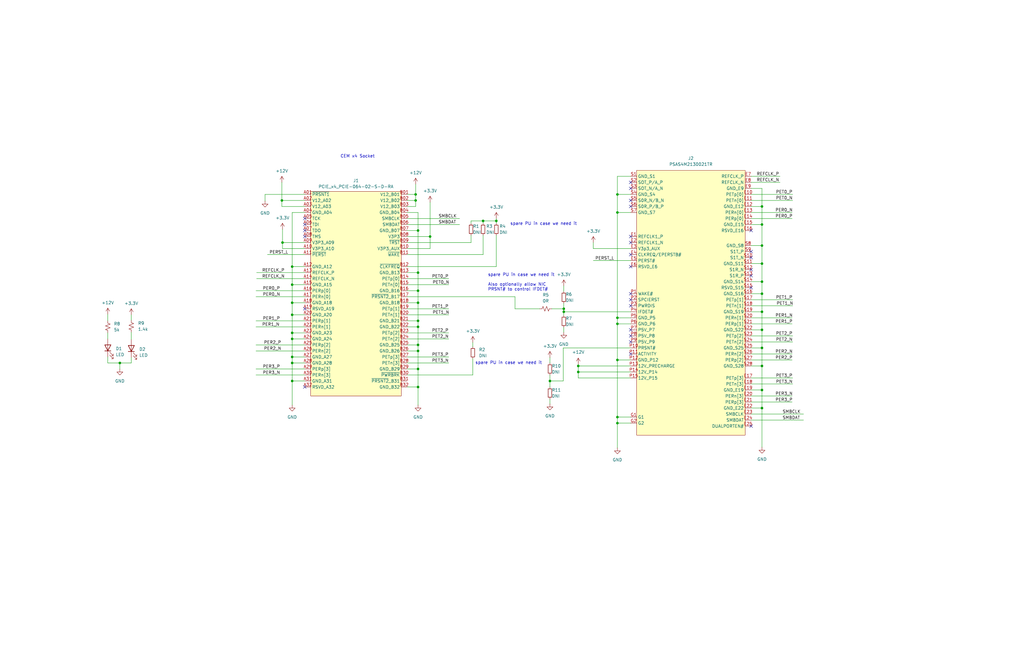
<source format=kicad_sch>
(kicad_sch (version 20230121) (generator eeschema)
  (paper "USLedger")
  (lib_symbols
    (symbol "Device:LED" (pin_numbers hide) (pin_names (offset 1.016) hide)
      (property "Reference" "D" (at 0 2.54 0))
      (property "Value" "LED" (at 0 -2.54 0))
      (symbol "LED_0_1"
        (polyline (pts (xy -1.27 -1.27) (xy -1.27 1.27)) (stroke (width 0.254)))
        (polyline (pts (xy -1.27 0) (xy 1.27 0)))
        (polyline (pts (xy 1.27 -1.27) (xy 1.27 1.27) (xy -1.27 0) (xy 1.27 -1.27)) (stroke (width 0.254)))
        (polyline (pts (xy -3.048 -0.762) (xy -4.572 -2.286) (xy -3.81 -2.286) (xy -4.572 -2.286) (xy -4.572 -1.524)))
        (polyline (pts (xy -1.778 -0.762) (xy -3.302 -2.286) (xy -2.54 -2.286) (xy -3.302 -2.286) (xy -3.302 -1.524)))
      )
      (symbol "LED_1_1"
        (pin passive line (at -3.81 0 0) (length 2.54) (name "K") (number "1"))
        (pin passive line (at 3.81 0 180) (length 2.54) (name "A") (number "2"))
      )
    )
    (symbol "Device:R_Small" (pin_numbers hide) (pin_names (offset 0.254) hide)
      (property "Reference" "R" (at 0.762 0.508 0))
      (property "Value" "R_Small" (at 0.762 -1.016 0))
      (symbol "R_Small_0_1"
        (rectangle (start -0.762 1.778) (end 0.762 -1.778) (stroke (width 0.2032)))
      )
      (symbol "R_Small_1_1"
        (pin passive line (at 0 2.54 270) (length 0.762) (name "~") (number "1"))
        (pin passive line (at 0 -2.54 90) (length 0.762) (name "~") (number "2"))
      )
    )
    (symbol "Device:R_Small_US" (pin_numbers hide) (pin_names (offset 0.254) hide)
      (property "Reference" "R" (at 0.762 0.508 0))
      (property "Value" "R_Small_US" (at 0.762 -1.016 0))
      (symbol "R_Small_US_1_1"
        (polyline (pts (xy 0 0) (xy 1.016 -0.381) (xy 0 -0.762) (xy -1.016 -1.143) (xy 0 -1.524)))
        (polyline (pts (xy 0 1.524) (xy 1.016 1.143) (xy 0 0.762) (xy -1.016 0.381) (xy 0 0)))
        (pin passive line (at 0 2.54 270) (length 1.016) (name "~") (number "1"))
        (pin passive line (at 0 -2.54 90) (length 1.016) (name "~") (number "2"))
      )
    )
    (symbol "PCIeLib:PCIE_x4_10018784-10211TLF"
      (property "Reference" "J1" (at 19.05 5.334 0))
      (property "Value" "PCIE_x4_10018784-10211TLF" (at 19.05 2.794 0))
      (symbol "PCIE_x4_10018784-10211TLF_0_1"
        (rectangle (start 0 -2.54) (end 38.1 -88.9) (fill (type background)))
      )
      (symbol "PCIE_x4_10018784-10211TLF_1_1"
        (pin input line (at -2.54 -3.81 0) (length 2.54) (name "~{PRSNT1}") (number "A01"))
        (pin input line (at -2.54 -6.35 0) (length 2.54) (name "V12_A02") (number "A02"))
        (pin input line (at -2.54 -8.89 0) (length 2.54) (name "V12_A03") (number "A03"))
        (pin input line (at -2.54 -11.43 0) (length 2.54) (name "GND_A04") (number "A04"))
        (pin input line (at -2.54 -13.97 0) (length 2.54) (name "TCK") (number "A05"))
        (pin input line (at -2.54 -16.51 0) (length 2.54) (name "TDI") (number "A06"))
        (pin output line (at -2.54 -19.05 0) (length 2.54) (name "TDO") (number "A07"))
        (pin input line (at -2.54 -21.59 0) (length 2.54) (name "TMS") (number "A08"))
        (pin input line (at -2.54 -24.13 0) (length 2.54) (name "V3P3_A09") (number "A09"))
        (pin input line (at -2.54 -26.67 0) (length 2.54) (name "V3P3_A10") (number "A10"))
        (pin input line (at -2.54 -29.21 0) (length 2.54) (name "~{PERST}") (number "A11"))
        (pin input line (at -2.54 -34.29 0) (length 2.54) (name "GND_A12") (number "A12"))
        (pin input line (at -2.54 -36.83 0) (length 2.54) (name "REFCLK_P") (number "A13"))
        (pin input line (at -2.54 -39.37 0) (length 2.54) (name "REFCLK_N") (number "A14"))
        (pin input line (at -2.54 -41.91 0) (length 2.54) (name "GND_A15") (number "A15"))
        (pin input line (at -2.54 -44.45 0) (length 2.54) (name "PERp[0]") (number "A16"))
        (pin input line (at -2.54 -46.99 0) (length 2.54) (name "PERn[0]") (number "A17"))
        (pin input line (at -2.54 -49.53 0) (length 2.54) (name "GND_A18") (number "A18"))
        (pin input line (at -2.54 -52.07 0) (length 2.54) (name "RSVD_A19") (number "A19"))
        (pin input line (at -2.54 -54.61 0) (length 2.54) (name "GND_A20") (number "A20"))
        (pin input line (at -2.54 -57.15 0) (length 2.54) (name "PERp[1]") (number "A21"))
        (pin input line (at -2.54 -59.69 0) (length 2.54) (name "PERn[1]") (number "A22"))
        (pin input line (at -2.54 -62.23 0) (length 2.54) (name "GND_A23") (number "A23"))
        (pin input line (at -2.54 -64.77 0) (length 2.54) (name "GND_A24") (number "A24"))
        (pin input line (at -2.54 -67.31 0) (length 2.54) (name "PERp[2]") (number "A25"))
        (pin input line (at -2.54 -69.85 0) (length 2.54) (name "PERn[2]") (number "A26"))
        (pin input line (at -2.54 -72.39 0) (length 2.54) (name "GND_A27") (number "A27"))
        (pin input line (at -2.54 -74.93 0) (length 2.54) (name "GND_A28") (number "A28"))
        (pin input line (at -2.54 -77.47 0) (length 2.54) (name "PERp[3]") (number "A29"))
        (pin input line (at -2.54 -80.01 0) (length 2.54) (name "PERn[3]") (number "A30"))
        (pin input line (at -2.54 -82.55 0) (length 2.54) (name "GND_A31") (number "A31"))
        (pin input line (at -2.54 -85.09 0) (length 2.54) (name "RSVD_A32") (number "A32"))
        (pin input line (at 40.64 -3.81 180) (length 2.54) (name "V12_B01") (number "B01"))
        (pin input line (at 40.64 -6.35 180) (length 2.54) (name "V12_B02") (number "B02"))
        (pin input line (at 40.64 -8.89 180) (length 2.54) (name "V12_B03") (number "B03"))
        (pin input line (at 40.64 -11.43 180) (length 2.54) (name "GND_B04") (number "B04"))
        (pin input line (at 40.64 -13.97 180) (length 2.54) (name "SMBCLK") (number "B05"))
        (pin input line (at 40.64 -16.51 180) (length 2.54) (name "SMBDAT") (number "B06"))
        (pin input line (at 40.64 -19.05 180) (length 2.54) (name "GND_B07") (number "B07"))
        (pin input line (at 40.64 -21.59 180) (length 2.54) (name "V3P3") (number "B08"))
        (pin input line (at 40.64 -24.13 180) (length 2.54) (name "~{TRST}") (number "B09"))
        (pin input line (at 40.64 -26.67 180) (length 2.54) (name "V3P3_AUX") (number "B10"))
        (pin input line (at 40.64 -29.21 180) (length 2.54) (name "~{WAKE}") (number "B11"))
        (pin input line (at 40.64 -34.29 180) (length 2.54) (name "~{CLKFREQ}") (number "B12"))
        (pin input line (at 40.64 -36.83 180) (length 2.54) (name "GND_B13") (number "B13"))
        (pin input line (at 40.64 -39.37 180) (length 2.54) (name "PETp[0]") (number "B14"))
        (pin input line (at 40.64 -41.91 180) (length 2.54) (name "PETn[0]") (number "B15"))
        (pin input line (at 40.64 -44.45 180) (length 2.54) (name "GND_B16") (number "B16"))
        (pin input line (at 40.64 -46.99 180) (length 2.54) (name "~{PRSNT2}_B17") (number "B17"))
        (pin input line (at 40.64 -49.53 180) (length 2.54) (name "GND_B18") (number "B18"))
        (pin input line (at 40.64 -52.07 180) (length 2.54) (name "PETp[1]") (number "B19"))
        (pin input line (at 40.64 -54.61 180) (length 2.54) (name "PETn[1]") (number "B20"))
        (pin input line (at 40.64 -57.15 180) (length 2.54) (name "GND_B21") (number "B21"))
        (pin input line (at 40.64 -59.69 180) (length 2.54) (name "GND_B22") (number "B22"))
        (pin input line (at 40.64 -62.23 180) (length 2.54) (name "PETp[2]") (number "B23"))
        (pin input line (at 40.64 -64.77 180) (length 2.54) (name "PETn[2]") (number "B24"))
        (pin input line (at 40.64 -67.31 180) (length 2.54) (name "GND_B25") (number "B25"))
        (pin input line (at 40.64 -69.85 180) (length 2.54) (name "GND_B26") (number "B26"))
        (pin input line (at 40.64 -72.39 180) (length 2.54) (name "PETp[3]") (number "B27"))
        (pin input line (at 40.64 -74.93 180) (length 2.54) (name "PETn[3]") (number "B28"))
        (pin input line (at 40.64 -77.47 180) (length 2.54) (name "GND_B29") (number "B29"))
        (pin input line (at 40.64 -80.01 180) (length 2.54) (name "~{PWRBRK}") (number "B30"))
        (pin input line (at 40.64 -82.55 180) (length 2.54) (name "~{PRSNT2}_B31") (number "B31"))
        (pin input line (at 40.64 -85.09 180) (length 2.54) (name "GND_B32") (number "B32"))
      )
    )
    (symbol "PCIeLib:PSAS4M2130021TR"
      (property "Reference" "J" (at 0 2.54 0))
      (property "Value" "PSAS4M2130021TR" (at 25.4 1.27 0))
      (symbol "PSAS4M2130021TR_0_1"
        (rectangle (start 0 0) (end 45.72 -111.76) (fill (type background)))
      )
      (symbol "PSAS4M2130021TR_1_1"
        (pin input line (at -2.54 -27.94 0) (length 2.54) (name "REFCLK1_P") (number "E1"))
        (pin input line (at 48.26 -10.16 180) (length 2.54) (name "PETp[0]") (number "E10"))
        (pin input line (at 48.26 -12.7 180) (length 2.54) (name "PETn[0]") (number "E11"))
        (pin input line (at 48.26 -15.24 180) (length 2.54) (name "GND_E12") (number "E12"))
        (pin input line (at 48.26 -17.78 180) (length 2.54) (name "PERn[0]") (number "E13"))
        (pin input line (at 48.26 -20.32 180) (length 2.54) (name "PERp[0]") (number "E14"))
        (pin input line (at 48.26 -22.86 180) (length 2.54) (name "GND_E15") (number "E15"))
        (pin input line (at 48.26 -25.4 180) (length 2.54) (name "RSVD_E16") (number "E16"))
        (pin input line (at 48.26 -87.63 180) (length 2.54) (name "PETp[3]") (number "E17"))
        (pin input line (at 48.26 -90.17 180) (length 2.54) (name "PETn[3]") (number "E18"))
        (pin input line (at 48.26 -92.71 180) (length 2.54) (name "GND_E19") (number "E19"))
        (pin input line (at -2.54 -30.48 0) (length 2.54) (name "REFCLK1_N") (number "E2"))
        (pin input line (at 48.26 -95.25 180) (length 2.54) (name "PERn[3]") (number "E20"))
        (pin input line (at 48.26 -97.79 180) (length 2.54) (name "PERp[3]") (number "E21"))
        (pin input line (at 48.26 -100.33 180) (length 2.54) (name "GND_E22") (number "E22"))
        (pin input line (at 48.26 -102.87 180) (length 2.54) (name "SMBCLK") (number "E23"))
        (pin input line (at 48.26 -105.41 180) (length 2.54) (name "SMBDAT") (number "E24"))
        (pin input line (at 48.26 -107.95 180) (length 2.54) (name "DUALPORTEN#") (number "E25"))
        (pin input line (at -2.54 -33.02 0) (length 2.54) (name "V3p3_AUX") (number "E3"))
        (pin input line (at -2.54 -35.56 0) (length 2.54) (name "CLKREQ/EPERSTB#") (number "E4"))
        (pin input line (at -2.54 -38.1 0) (length 2.54) (name "PERST#") (number "E5"))
        (pin input line (at -2.54 -40.64 0) (length 2.54) (name "RSVD_E6") (number "E6"))
        (pin input line (at 48.26 -2.54 180) (length 2.54) (name "REFCLK_P") (number "E7"))
        (pin input line (at 48.26 -5.08 180) (length 2.54) (name "REFCLK_N") (number "E8"))
        (pin input line (at 48.26 -7.62 180) (length 2.54) (name "GND_E9") (number "E9"))
        (pin input line (at -2.54 -104.14 0) (length 2.54) (name "G1") (number "G1"))
        (pin input line (at -2.54 -106.68 0) (length 2.54) (name "G2") (number "G2"))
        (pin input line (at -2.54 -52.07 0) (length 2.54) (name "WAKE#") (number "P1"))
        (pin input line (at -2.54 -74.93 0) (length 2.54) (name "PRSNT#") (number "P10"))
        (pin input line (at -2.54 -77.47 0) (length 2.54) (name "ACTIVITY") (number "P11"))
        (pin input line (at -2.54 -80.01 0) (length 2.54) (name "GND_P12") (number "P12"))
        (pin input line (at -2.54 -82.55 0) (length 2.54) (name "12V_PRECHARGE") (number "P13"))
        (pin input line (at -2.54 -85.09 0) (length 2.54) (name "12V_P14") (number "P14"))
        (pin input line (at -2.54 -87.63 0) (length 2.54) (name "12V_P15") (number "P15"))
        (pin input line (at -2.54 -54.61 0) (length 2.54) (name "SPCIERST") (number "P2"))
        (pin input line (at -2.54 -57.15 0) (length 2.54) (name "PWRDIS") (number "P3"))
        (pin input line (at -2.54 -59.69 0) (length 2.54) (name "IFDET#") (number "P4"))
        (pin input line (at -2.54 -62.23 0) (length 2.54) (name "GND_P5") (number "P5"))
        (pin input line (at -2.54 -64.77 0) (length 2.54) (name "GND_P6") (number "P6"))
        (pin input line (at -2.54 -67.31 0) (length 2.54) (name "P5V_P7") (number "P7"))
        (pin input line (at -2.54 -69.85 0) (length 2.54) (name "P5V_P8") (number "P8"))
        (pin input line (at -2.54 -72.39 0) (length 2.54) (name "P5V_P9") (number "P9"))
        (pin input line (at -2.54 -2.54 0) (length 2.54) (name "GND_S1") (number "S1"))
        (pin input line (at 48.26 -36.83 180) (length 2.54) (name "S1T_N") (number "S10"))
        (pin input line (at 48.26 -39.37 180) (length 2.54) (name "GND_S11") (number "S11"))
        (pin input line (at 48.26 -41.91 180) (length 2.54) (name "S1R_N") (number "S12"))
        (pin input line (at 48.26 -44.45 180) (length 2.54) (name "S1R_P") (number "S13"))
        (pin input line (at 48.26 -46.99 180) (length 2.54) (name "GND_S14") (number "S14"))
        (pin input line (at 48.26 -49.53 180) (length 2.54) (name "RSVD_S15") (number "S15"))
        (pin input line (at 48.26 -52.07 180) (length 2.54) (name "GND_S16") (number "S16"))
        (pin input line (at 48.26 -54.61 180) (length 2.54) (name "PETp[1]") (number "S17"))
        (pin input line (at 48.26 -57.15 180) (length 2.54) (name "PETn[1]") (number "S18"))
        (pin input line (at 48.26 -59.69 180) (length 2.54) (name "GND_S19") (number "S19"))
        (pin input line (at -2.54 -5.08 0) (length 2.54) (name "SOT_P/A_P") (number "S2"))
        (pin input line (at 48.26 -62.23 180) (length 2.54) (name "PERn[1]") (number "S20"))
        (pin input line (at 48.26 -64.77 180) (length 2.54) (name "PERp[1]") (number "S21"))
        (pin input line (at 48.26 -67.31 180) (length 2.54) (name "GND_S22") (number "S22"))
        (pin input line (at 48.26 -69.85 180) (length 2.54) (name "PETp[2]") (number "S23"))
        (pin input line (at 48.26 -72.39 180) (length 2.54) (name "PETn[2]") (number "S24"))
        (pin input line (at 48.26 -74.93 180) (length 2.54) (name "GND_S25") (number "S25"))
        (pin input line (at 48.26 -77.47 180) (length 2.54) (name "PERn[2]") (number "S26"))
        (pin input line (at 48.26 -80.01 180) (length 2.54) (name "PERp[2]") (number "S27"))
        (pin input line (at 48.26 -82.55 180) (length 2.54) (name "GND_S28") (number "S28"))
        (pin input line (at -2.54 -7.62 0) (length 2.54) (name "SOT_N/A_N") (number "S3"))
        (pin input line (at -2.54 -10.16 0) (length 2.54) (name "GND_S4") (number "S4"))
        (pin input line (at -2.54 -12.7 0) (length 2.54) (name "S0R_N/B_N") (number "S5"))
        (pin input line (at -2.54 -15.24 0) (length 2.54) (name "S0R_P/B_P") (number "S6"))
        (pin input line (at -2.54 -17.78 0) (length 2.54) (name "GND_S7") (number "S7"))
        (pin input line (at 48.26 -31.75 180) (length 2.54) (name "GND_S8") (number "S8"))
        (pin input line (at 48.26 -34.29 180) (length 2.54) (name "S1T_P") (number "S9"))
      )
    )
    (symbol "power:+12V" (power) (pin_names (offset 0))
      (property "Value" "+12V" (at 0 3.556 0))
      (symbol "+12V_0_1"
        (polyline (pts (xy -0.762 1.27) (xy 0 2.54)))
        (polyline (pts (xy 0 0) (xy 0 2.54)))
        (polyline (pts (xy 0 2.54) (xy 0.762 1.27)))
      )
      (symbol "+12V_1_1"
        (pin power_in line (at 0 0 90) (length 0) hide (name "+12V") (number "1"))
      )
    )
    (symbol "power:+3.3V" (power) (pin_names (offset 0))
      (property "Value" "+3.3V" (at 0 3.556 0))
      (symbol "+3.3V_0_1"
        (polyline (pts (xy -0.762 1.27) (xy 0 2.54)))
        (polyline (pts (xy 0 0) (xy 0 2.54)))
        (polyline (pts (xy 0 2.54) (xy 0.762 1.27)))
      )
      (symbol "+3.3V_1_1"
        (pin power_in line (at 0 0 90) (length 0) hide (name "+3.3V") (number "1"))
      )
    )
    (symbol "power:GND" (power) (pin_names (offset 0))
      (property "Value" "GND" (at 0 -3.81 0))
      (symbol "GND_0_1"
        (polyline (pts (xy 0 0) (xy 0 -1.27) (xy 1.27 -1.27) (xy 0 -2.54) (xy -1.27 -1.27) (xy 0 -1.27)))
      )
      (symbol "GND_1_1"
        (pin power_in line (at 0 0 270) (length 0) hide (name "GND") (number "1"))
      )
    )
  )
  (junction (at 321.31 154.432))
  (junction (at 321.31 131.572))
  (junction (at 176.276 115.062))
  (junction (at 260.35 176.022))
  (junction (at 260.35 134.112))
  (junction (at 123.19 160.782))
  (junction (at 176.276 122.682))
  (junction (at 321.31 123.952))
  (junction (at 123.19 140.462))
  (junction (at 123.19 153.162))
  (junction (at 321.31 111.252))
  (junction (at 321.31 146.812))
  (junction (at 123.19 143.002))
  (junction (at 123.19 120.142))
  (junction (at 123.19 127.762))
  (junction (at 123.19 132.842))
  (junction (at 321.31 139.192))
  (junction (at 118.872 84.582))
  (junction (at 176.276 148.082))
  (junction (at 123.19 150.622))
  (junction (at 243.84 154.432))
  (junction (at 176.276 127.762))
  (junction (at 321.31 164.592))
  (junction (at 321.31 87.122))
  (junction (at 50.546 153.162))
  (junction (at 260.35 151.892))
  (junction (at 260.35 82.042))
  (junction (at 123.19 112.522))
  (junction (at 321.31 103.632))
  (junction (at 260.35 178.562))
  (junction (at 175.26 84.582))
  (junction (at 203.708 93.218))
  (junction (at 231.902 160.782))
  (junction (at 176.276 137.922))
  (junction (at 119.126 102.362))
  (junction (at 260.35 89.662))
  (junction (at 176.276 135.382))
  (junction (at 237.744 130.302))
  (junction (at 321.31 172.212))
  (junction (at 321.31 118.872))
  (junction (at 175.26 82.042))
  (junction (at 237.744 131.572))
  (junction (at 176.276 155.702))
  (junction (at 260.35 136.652))
  (junction (at 176.276 145.542))
  (junction (at 176.276 163.322))
  (junction (at 209.296 93.218))
  (junction (at 176.276 97.282))
  (junction (at 181.356 99.822))
  (junction (at 243.84 156.972))
  (junction (at 321.31 94.742))
  (no_connect (at 128.524 163.322))
  (no_connect (at 128.524 130.302))
  (no_connect (at 316.738 97.282))
  (no_connect (at 316.738 106.172))
  (no_connect (at 128.524 99.822))
  (no_connect (at 128.524 97.282))
  (no_connect (at 128.524 92.202))
  (no_connect (at 128.524 94.742))
  (no_connect (at 265.938 141.732))
  (no_connect (at 265.938 144.272))
  (no_connect (at 265.938 149.352))
  (no_connect (at 316.738 179.832))
  (no_connect (at 265.938 139.192))
  (no_connect (at 265.938 123.952))
  (no_connect (at 265.938 126.492))
  (no_connect (at 265.938 129.032))
  (no_connect (at 316.738 121.412))
  (no_connect (at 265.938 84.582))
  (no_connect (at 265.938 87.122))
  (no_connect (at 316.738 113.792))
  (no_connect (at 316.738 116.332))
  (no_connect (at 316.738 108.712))
  (no_connect (at 265.938 112.522))
  (no_connect (at 265.938 99.822))
  (no_connect (at 265.938 102.362))
  (no_connect (at 265.938 107.442))
  (no_connect (at 265.938 76.962))
  (no_connect (at 265.938 79.502))
  (wire (pts (xy 45.466 140.462) (xy 45.466 143.002)))
  (wire (pts (xy 171.704 112.522) (xy 209.296 112.522)))
  (wire (pts (xy 171.704 132.842) (xy 189.23 132.842)))
  (wire (pts (xy 265.938 131.572) (xy 237.744 131.572)))
  (wire (pts (xy 231.902 168.402) (xy 231.902 170.434)))
  (wire (pts (xy 171.704 92.202) (xy 193.802 92.202)))
  (wire (pts (xy 265.938 74.422) (xy 260.35 74.422)))
  (wire (pts (xy 316.738 79.502) (xy 321.31 79.502)))
  (wire (pts (xy 171.704 140.462) (xy 189.23 140.462)))
  (wire (pts (xy 171.704 94.742) (xy 193.802 94.742)))
  (wire (pts (xy 316.738 151.892) (xy 334.01 151.892)))
  (wire (pts (xy 171.704 137.922) (xy 176.276 137.922)))
  (wire (pts (xy 198.628 93.218) (xy 198.628 94.234)))
  (wire (pts (xy 231.902 160.782) (xy 237.49 160.782)))
  (wire (pts (xy 171.704 158.242) (xy 199.39 158.242)))
  (wire (pts (xy 118.872 76.962) (xy 118.872 84.582)))
  (wire (pts (xy 55.372 140.208) (xy 55.372 143.256)))
  (wire (pts (xy 123.19 132.842) (xy 123.19 140.462)))
  (wire (pts (xy 321.31 123.952) (xy 321.31 131.572)))
  (wire (pts (xy 107.95 122.682) (xy 128.524 122.682)))
  (wire (pts (xy 316.738 139.192) (xy 321.31 139.192)))
  (wire (pts (xy 316.738 172.212) (xy 321.31 172.212)))
  (wire (pts (xy 316.738 82.042) (xy 334.264 82.042)))
  (wire (pts (xy 321.31 164.592) (xy 321.31 172.212)))
  (wire (pts (xy 107.95 158.242) (xy 128.524 158.242)))
  (wire (pts (xy 316.738 162.052) (xy 334.264 162.052)))
  (wire (pts (xy 231.902 160.782) (xy 231.902 163.322)))
  (wire (pts (xy 171.704 163.322) (xy 176.276 163.322)))
  (wire (pts (xy 107.95 137.922) (xy 128.524 137.922)))
  (wire (pts (xy 316.738 89.662) (xy 334.01 89.662)))
  (wire (pts (xy 198.628 93.218) (xy 203.708 93.218)))
  (wire (pts (xy 171.704 125.222) (xy 217.17 125.222)))
  (wire (pts (xy 316.738 129.032) (xy 334.264 129.032)))
  (wire (pts (xy 50.546 153.162) (xy 50.546 155.702)))
  (wire (pts (xy 265.938 176.022) (xy 260.35 176.022)))
  (wire (pts (xy 237.744 120.65) (xy 237.744 122.936)))
  (wire (pts (xy 198.628 102.362) (xy 198.628 99.314)))
  (wire (pts (xy 199.39 151.384) (xy 199.39 158.242)))
  (wire (pts (xy 107.95 125.222) (xy 128.524 125.222)))
  (wire (pts (xy 176.276 155.702) (xy 176.276 163.322)))
  (wire (pts (xy 237.49 160.782) (xy 237.49 146.812)))
  (wire (pts (xy 321.31 103.632) (xy 321.31 111.252)))
  (wire (pts (xy 171.704 102.362) (xy 198.628 102.362)))
  (wire (pts (xy 316.738 177.292) (xy 338.836 177.292)))
  (wire (pts (xy 316.738 159.512) (xy 334.264 159.512)))
  (wire (pts (xy 265.938 134.112) (xy 260.35 134.112)))
  (wire (pts (xy 316.738 136.652) (xy 334.01 136.652)))
  (wire (pts (xy 45.466 153.162) (xy 50.546 153.162)))
  (wire (pts (xy 321.31 94.742) (xy 321.31 103.632)))
  (wire (pts (xy 171.704 122.682) (xy 176.276 122.682)))
  (wire (pts (xy 176.276 135.382) (xy 176.276 137.922)))
  (wire (pts (xy 171.704 117.602) (xy 189.23 117.602)))
  (wire (pts (xy 176.276 115.062) (xy 176.276 122.682)))
  (wire (pts (xy 237.744 128.016) (xy 237.744 130.302)))
  (wire (pts (xy 171.704 82.042) (xy 175.26 82.042)))
  (wire (pts (xy 128.524 132.842) (xy 123.19 132.842)))
  (wire (pts (xy 316.738 111.252) (xy 321.31 111.252)))
  (wire (pts (xy 250.19 104.902) (xy 265.938 104.902)))
  (wire (pts (xy 128.524 102.362) (xy 119.126 102.362)))
  (wire (pts (xy 260.35 136.652) (xy 260.35 151.892)))
  (wire (pts (xy 316.738 164.592) (xy 321.31 164.592)))
  (wire (pts (xy 232.664 130.302) (xy 237.744 130.302)))
  (wire (pts (xy 119.126 104.902) (xy 119.126 102.362)))
  (wire (pts (xy 175.26 82.042) (xy 175.26 77.724)))
  (wire (pts (xy 171.704 99.822) (xy 181.356 99.822)))
  (wire (pts (xy 176.276 127.762) (xy 176.276 135.382)))
  (wire (pts (xy 316.738 92.202) (xy 334.01 92.202)))
  (wire (pts (xy 321.31 131.572) (xy 321.31 139.192)))
  (wire (pts (xy 171.704 84.582) (xy 175.26 84.582)))
  (wire (pts (xy 176.276 145.542) (xy 176.276 148.082)))
  (wire (pts (xy 243.84 154.432) (xy 243.84 153.67)))
  (wire (pts (xy 316.738 169.672) (xy 334.01 169.672)))
  (wire (pts (xy 171.704 130.302) (xy 189.23 130.302)))
  (wire (pts (xy 118.872 84.582) (xy 118.872 87.122)))
  (wire (pts (xy 119.126 102.362) (xy 119.126 96.774)))
  (wire (pts (xy 316.738 84.582) (xy 334.264 84.582)))
  (wire (pts (xy 237.744 131.572) (xy 237.744 133.096)))
  (wire (pts (xy 171.704 143.002) (xy 189.23 143.002)))
  (wire (pts (xy 265.938 154.432) (xy 243.84 154.432)))
  (wire (pts (xy 171.704 155.702) (xy 176.276 155.702)))
  (wire (pts (xy 260.35 89.662) (xy 265.938 89.662)))
  (wire (pts (xy 316.738 94.742) (xy 321.31 94.742)))
  (wire (pts (xy 316.738 134.112) (xy 334.01 134.112)))
  (wire (pts (xy 45.466 132.588) (xy 45.466 135.382)))
  (wire (pts (xy 203.708 93.218) (xy 209.296 93.218)))
  (wire (pts (xy 181.356 99.822) (xy 181.356 85.344)))
  (wire (pts (xy 45.466 150.622) (xy 45.466 153.162)))
  (wire (pts (xy 231.902 150.876) (xy 231.902 153.162)))
  (wire (pts (xy 265.938 159.512) (xy 243.84 159.512)))
  (wire (pts (xy 171.704 127.762) (xy 176.276 127.762)))
  (wire (pts (xy 321.31 79.502) (xy 321.31 87.122)))
  (wire (pts (xy 171.704 153.162) (xy 189.23 153.162)))
  (wire (pts (xy 260.35 136.652) (xy 265.938 136.652)))
  (wire (pts (xy 123.19 143.002) (xy 123.19 150.622)))
  (wire (pts (xy 181.356 99.822) (xy 181.356 104.902)))
  (wire (pts (xy 171.704 135.382) (xy 176.276 135.382)))
  (wire (pts (xy 123.19 120.142) (xy 128.524 120.142)))
  (wire (pts (xy 123.19 153.162) (xy 123.19 160.782)))
  (wire (pts (xy 209.296 93.218) (xy 209.296 94.234)))
  (wire (pts (xy 203.708 94.234) (xy 203.708 93.218)))
  (wire (pts (xy 55.372 150.876) (xy 55.372 153.162)))
  (wire (pts (xy 260.35 82.042) (xy 265.938 82.042)))
  (wire (pts (xy 321.31 139.192) (xy 321.31 146.812)))
  (wire (pts (xy 123.19 112.522) (xy 123.19 120.142)))
  (wire (pts (xy 260.35 176.022) (xy 260.35 178.562)))
  (wire (pts (xy 171.704 89.662) (xy 176.276 89.662)))
  (wire (pts (xy 171.704 115.062) (xy 176.276 115.062)))
  (wire (pts (xy 316.738 76.962) (xy 328.93 76.962)))
  (wire (pts (xy 128.524 140.462) (xy 123.19 140.462)))
  (wire (pts (xy 128.524 84.582) (xy 118.872 84.582)))
  (wire (pts (xy 123.19 127.762) (xy 123.19 132.842)))
  (wire (pts (xy 316.738 174.752) (xy 338.836 174.752)))
  (wire (pts (xy 108.204 117.602) (xy 128.524 117.602)))
  (wire (pts (xy 265.938 178.562) (xy 260.35 178.562)))
  (wire (pts (xy 209.296 92.202) (xy 209.296 93.218)))
  (wire (pts (xy 260.35 178.562) (xy 260.35 188.976)))
  (wire (pts (xy 171.704 97.282) (xy 176.276 97.282)))
  (wire (pts (xy 176.276 97.282) (xy 176.276 115.062)))
  (wire (pts (xy 260.35 89.662) (xy 260.35 134.112)))
  (wire (pts (xy 123.19 140.462) (xy 123.19 143.002)))
  (wire (pts (xy 316.738 118.872) (xy 321.31 118.872)))
  (wire (pts (xy 217.17 130.302) (xy 227.584 130.302)))
  (wire (pts (xy 250.19 102.362) (xy 250.19 104.902)))
  (wire (pts (xy 128.524 127.762) (xy 123.19 127.762)))
  (wire (pts (xy 321.31 154.432) (xy 321.31 164.592)))
  (wire (pts (xy 316.738 103.632) (xy 321.31 103.632)))
  (wire (pts (xy 316.738 149.352) (xy 334.01 149.352)))
  (wire (pts (xy 203.708 107.442) (xy 203.708 99.314)))
  (wire (pts (xy 316.738 126.492) (xy 334.264 126.492)))
  (wire (pts (xy 171.704 107.442) (xy 203.708 107.442)))
  (wire (pts (xy 128.524 82.042) (xy 111.76 82.042)))
  (wire (pts (xy 316.738 167.132) (xy 334.01 167.132)))
  (wire (pts (xy 199.39 144.526) (xy 199.39 146.304)))
  (wire (pts (xy 237.744 130.302) (xy 237.744 131.572)))
  (wire (pts (xy 260.35 74.422) (xy 260.35 82.042)))
  (wire (pts (xy 107.95 148.082) (xy 128.524 148.082)))
  (wire (pts (xy 107.95 155.702) (xy 128.524 155.702)))
  (wire (pts (xy 260.35 151.892) (xy 260.35 176.022)))
  (wire (pts (xy 171.704 150.622) (xy 189.23 150.622)))
  (wire (pts (xy 321.31 172.212) (xy 321.31 188.722)))
  (wire (pts (xy 123.19 150.622) (xy 123.19 153.162)))
  (wire (pts (xy 123.19 160.782) (xy 123.19 170.942)))
  (wire (pts (xy 265.938 151.892) (xy 260.35 151.892)))
  (wire (pts (xy 265.938 156.972) (xy 243.84 156.972)))
  (wire (pts (xy 171.704 120.142) (xy 189.23 120.142)))
  (wire (pts (xy 128.524 160.782) (xy 123.19 160.782)))
  (wire (pts (xy 55.372 153.162) (xy 50.546 153.162)))
  (wire (pts (xy 316.738 87.122) (xy 321.31 87.122)))
  (wire (pts (xy 176.276 137.922) (xy 176.276 145.542)))
  (wire (pts (xy 321.31 111.252) (xy 321.31 118.872)))
  (wire (pts (xy 123.19 120.142) (xy 123.19 127.762)))
  (wire (pts (xy 107.95 135.382) (xy 128.524 135.382)))
  (wire (pts (xy 171.704 87.122) (xy 175.26 87.122)))
  (wire (pts (xy 128.524 112.522) (xy 123.19 112.522)))
  (wire (pts (xy 176.276 89.662) (xy 176.276 97.282)))
  (wire (pts (xy 111.76 82.042) (xy 111.76 84.836)))
  (wire (pts (xy 175.26 84.582) (xy 175.26 82.042)))
  (wire (pts (xy 108.204 115.062) (xy 128.524 115.062)))
  (wire (pts (xy 243.84 156.972) (xy 243.84 154.432)))
  (wire (pts (xy 237.744 138.176) (xy 237.744 140.208)))
  (wire (pts (xy 176.276 122.682) (xy 176.276 127.762)))
  (wire (pts (xy 128.524 153.162) (xy 123.19 153.162)))
  (wire (pts (xy 175.26 87.122) (xy 175.26 84.582)))
  (wire (pts (xy 237.49 146.812) (xy 265.938 146.812)))
  (wire (pts (xy 260.35 82.042) (xy 260.35 89.662)))
  (wire (pts (xy 321.31 118.872) (xy 321.31 123.952)))
  (wire (pts (xy 260.35 134.112) (xy 260.35 136.652)))
  (wire (pts (xy 128.524 104.902) (xy 119.126 104.902)))
  (wire (pts (xy 176.276 163.322) (xy 176.276 170.942)))
  (wire (pts (xy 321.31 87.122) (xy 321.31 94.742)))
  (wire (pts (xy 316.738 141.732) (xy 334.264 141.732)))
  (wire (pts (xy 316.738 146.812) (xy 321.31 146.812)))
  (wire (pts (xy 107.95 145.542) (xy 128.524 145.542)))
  (wire (pts (xy 250.19 109.982) (xy 265.938 109.982)))
  (wire (pts (xy 128.524 87.122) (xy 118.872 87.122)))
  (wire (pts (xy 128.524 150.622) (xy 123.19 150.622)))
  (wire (pts (xy 316.738 154.432) (xy 321.31 154.432)))
  (wire (pts (xy 171.704 148.082) (xy 176.276 148.082)))
  (wire (pts (xy 171.704 145.542) (xy 176.276 145.542)))
  (wire (pts (xy 231.902 158.242) (xy 231.902 160.782)))
  (wire (pts (xy 112.776 107.442) (xy 128.524 107.442)))
  (wire (pts (xy 128.524 89.662) (xy 123.19 89.662)))
  (wire (pts (xy 123.19 89.662) (xy 123.19 112.522)))
  (wire (pts (xy 217.17 125.222) (xy 217.17 130.302)))
  (wire (pts (xy 316.738 144.272) (xy 334.264 144.272)))
  (wire (pts (xy 55.372 132.842) (xy 55.372 135.128)))
  (wire (pts (xy 128.524 143.002) (xy 123.19 143.002)))
  (wire (pts (xy 316.738 123.952) (xy 321.31 123.952)))
  (wire (pts (xy 321.31 146.812) (xy 321.31 154.432)))
  (wire (pts (xy 243.84 159.512) (xy 243.84 156.972)))
  (wire (pts (xy 316.738 74.422) (xy 328.93 74.422)))
  (wire (pts (xy 176.276 148.082) (xy 176.276 155.702)))
  (wire (pts (xy 171.704 104.902) (xy 181.356 104.902)))
  (wire (pts (xy 209.296 112.522) (xy 209.296 99.314)))
  (wire (pts (xy 316.738 131.572) (xy 321.31 131.572)))
  (text "CEM x4 Socket" (at 143.51 66.802 0) (effects (font (size 1.27 1.27)) (justify left bottom)))
  (text "spare PU in case we need it\n\nAlso optionally allow NIC \nPRSNT# to control IFDET#" (at 205.74 122.936 0) (effects (font (size 1.27 1.27)) (justify left bottom)))
  (text "spare PU in case we need it" (at 200.406 153.924 0) (effects (font (size 1.27 1.27)) (justify left bottom)))
  (text "spare PU in case we need it" (at 215.138 95.25 0) (effects (font (size 1.27 1.27)) (justify left bottom)))
  (label "SMBDAT" (at 184.912 94.742 0))
  (label "PET2_P" (at 327.152 141.732 0))
  (label "PER1_P" (at 326.898 136.652 0))
  (label "PET1_P" (at 327.152 126.492 0))
  (label "PET1_N" (at 327.406 129.032 0))
  (label "PER0_P" (at 326.898 92.202 0))
  (label "PER3_P" (at 110.744 155.702 0))
  (label "PERST_L" (at 250.952 109.982 0))
  (label "PET1_N" (at 182.372 132.842 0))
  (label "PER0_N" (at 326.898 89.662 0))
  (label "SMBDAT" (at 329.946 177.292 0))
  (label "PET1_P" (at 182.118 130.302 0))
  (label "PER1_P" (at 110.744 135.382 0))
  (label "PET0_P" (at 327.152 82.042 0))
  (label "PER2_P" (at 111.252 145.542 0))
  (label "PET0_P" (at 182.118 117.602 0))
  (label "PET3_N" (at 182.118 153.162 0))
  (label "PET3_N" (at 327.152 162.052 0))
  (label "PER2_N" (at 111.252 148.082 0))
  (label "PER0_P" (at 110.744 122.682 0))
  (label "REFCLK_P" (at 319.024 74.422 0))
  (label "PET0_N" (at 182.372 120.142 0))
  (label "PET3_P" (at 182.118 150.622 0))
  (label "REFCLK_N" (at 110.49 117.602 0))
  (label "PET2_N" (at 327.152 144.272 0))
  (label "PET2_P" (at 182.118 140.462 0))
  (label "PER1_N" (at 326.898 134.112 0))
  (label "PER3_P" (at 326.898 169.672 0))
  (label "PER2_N" (at 326.898 149.352 0))
  (label "PERST_L" (at 113.538 107.442 0))
  (label "PER1_N" (at 110.49 137.922 0))
  (label "REFCLK_N" (at 319.024 76.962 0))
  (label "PET0_N" (at 327.152 84.582 0))
  (label "PER3_N" (at 326.898 167.132 0))
  (label "PER3_N" (at 110.744 158.242 0))
  (label "REFCLK_P" (at 110.49 115.062 0))
  (label "PET2_N" (at 182.118 143.002 0))
  (label "PET3_P" (at 327.152 159.512 0))
  (label "SMBCLK" (at 184.912 92.202 0))
  (label "PER0_N" (at 110.744 125.222 0))
  (label "PER2_P" (at 326.898 151.892 0))
  (label "SMBCLK" (at 329.946 174.752 0))
  (symbol (lib_id "power:+12V") (at 175.26 77.724 0) (unit 1)
    (property "Reference" "#PWR0109" (effects hide))
    (property "Value" "+12V" (at 175.26 72.898 0))
  )
  (symbol (lib_id "power:+12V") (at 118.872 76.962 0) (unit 1)
    (property "Reference" "#PWR0107" (effects hide))
    (property "Value" "+12V" (at 118.872 72.136 0))
  )
  (symbol (lib_id "power:GND") (at 260.35 188.976 0) (unit 1)
    (property "Reference" "#PWR0103" (effects hide))
    (property "Value" "GND" (at 260.35 194.056 0))
  )
  (symbol (lib_id "power:+3.3V") (at 199.39 144.526 0) (unit 1)
    (property "Reference" "#PWR01" (effects hide))
    (property "Value" "+3.3V" (at 199.39 139.7 0))
  )
  (symbol (lib_id "power:+3.3V") (at 237.744 120.65 0) (unit 1)
    (property "Reference" "#PWR03" (effects hide))
    (property "Value" "+3.3V" (at 237.744 115.824 0))
  )
  (symbol (lib_id "Device:R_Small") (at 203.708 96.774 0) (unit 1)
    (property "Reference" "R3" (at 204.978 95.504 0) (effects (justify left)))
    (property "Value" "DNI" (at 204.978 98.044 0) (effects (justify left)))
    (property "Footprint" "Resistor_SMD:R_0603_1608Metric" (effects hide))
  )
  (symbol (lib_id "PCIeLib:PSAS4M2130021TR") (at 268.478 71.882 0) (unit 1)
    (property "Reference" "J2" (at 291.338 66.802 0))
    (property "Value" "PSAS4M2130021TR" (at 291.338 69.342 0))
    (property "Footprint" "U2:PSAS4M2130021TR" (effects hide))
  )
  (symbol (lib_id "power:+12V") (at 243.84 153.67 0) (unit 1)
    (property "Reference" "#PWR0106" (effects hide))
    (property "Value" "+12V" (at 243.84 148.59 0))
  )
  (symbol (lib_id "power:+3.3V") (at 119.126 96.774 0) (unit 1)
    (property "Reference" "#PWR0105" (effects hide))
    (property "Value" "+3.3V" (at 119.126 91.948 0))
  )
  (symbol (lib_id "power:+3.3V") (at 181.356 85.344 0) (unit 1)
    (property "Reference" "#PWR0108" (effects hide))
    (property "Value" "+3.3V" (at 181.356 80.518 0))
  )
  (symbol (lib_id "Device:LED") (at 45.466 146.812 90) (unit 1)
    (property "Reference" "D1" (at 48.768 147.1294 90) (effects (justify right)))
    (property "Value" "LED" (at 48.768 149.6694 90) (effects (justify right)))
    (property "Footprint" "LED_SMD:LED_0603_1608Metric" (effects hide))
  )
  (symbol (lib_id "Device:R_Small") (at 237.744 135.636 0) (unit 1)
    (property "Reference" "R7" (at 238.506 134.366 0) (effects (justify left)))
    (property "Value" "DNI" (at 238.506 136.906 0) (effects (justify left)))
    (property "Footprint" "Resistor_SMD:R_0603_1608Metric" (effects hide))
  )
  (symbol (lib_id "Device:R_Small") (at 231.902 165.862 0) (unit 1)
    (property "Reference" "R11" (at 232.664 164.592 0) (effects (justify left)))
    (property "Value" "DNI" (at 232.664 167.132 0) (effects (justify left)))
    (property "Footprint" "Resistor_SMD:R_0603_1608Metric" (effects hide))
  )
  (symbol (lib_id "power:GND") (at 111.76 84.836 0) (unit 1)
    (property "Reference" "#PWR08" (effects hide))
    (property "Value" "GND" (at 111.76 89.916 0))
  )
  (symbol (lib_id "power:GND") (at 50.546 155.702 0) (unit 1)
    (property "Reference" "#PWR06" (effects hide))
    (property "Value" "GND" (at 50.546 160.782 0))
  )
  (symbol (lib_id "Device:R_Small") (at 199.39 148.844 0) (unit 1)
    (property "Reference" "R2" (at 201.93 147.5739 0) (effects (justify left)))
    (property "Value" "DNI" (at 201.93 150.1139 0) (effects (justify left)))
    (property "Footprint" "Resistor_SMD:R_0603_1608Metric" (effects hide))
  )
  (symbol (lib_id "power:+12V") (at 45.466 132.588 0) (unit 1)
    (property "Reference" "#PWR05" (effects hide))
    (property "Value" "+12V" (at 45.466 127.762 0))
  )
  (symbol (lib_id "Device:R_Small_US") (at 55.372 137.668 0) (unit 1)
    (property "Reference" "R9" (at 58.166 136.3979 0) (effects (justify left)))
    (property "Value" "1.4k" (at 58.166 138.9379 0) (effects (justify left)))
    (property "Footprint" "Resistor_SMD:R_0603_1608Metric" (effects hide))
  )
  (symbol (lib_id "Device:R_Small") (at 209.296 96.774 0) (unit 1)
    (property "Reference" "R4" (at 210.566 95.504 0) (effects (justify left)))
    (property "Value" "DNI" (at 210.566 98.044 0) (effects (justify left)))
    (property "Footprint" "Resistor_SMD:R_0603_1608Metric" (effects hide))
  )
  (symbol (lib_id "power:GND") (at 123.19 170.942 0) (unit 1)
    (property "Reference" "#PWR0102" (effects hide))
    (property "Value" "GND" (at 123.19 176.022 0))
  )
  (symbol (lib_id "Device:R_Small") (at 237.744 125.476 0) (unit 1)
    (property "Reference" "R6" (at 238.506 124.206 0) (effects (justify left)))
    (property "Value" "DNI" (at 238.506 126.746 0) (effects (justify left)))
    (property "Footprint" "Resistor_SMD:R_0603_1608Metric" (effects hide))
  )
  (symbol (lib_id "Device:R_Small") (at 198.628 96.774 0) (unit 1)
    (property "Reference" "R1" (at 199.39 95.504 0) (effects (justify left)))
    (property "Value" "DNI" (at 199.39 98.044 0) (effects (justify left)))
    (property "Footprint" "Resistor_SMD:R_0603_1608Metric" (effects hide))
  )
  (symbol (lib_id "power:+3.3V") (at 231.902 150.876 0) (unit 1)
    (property "Reference" "#PWR09" (effects hide))
    (property "Value" "+3.3V" (at 231.902 146.05 0))
  )
  (symbol (lib_id "power:+3.3V") (at 55.372 132.842 0) (unit 1)
    (property "Reference" "#PWR07" (effects hide))
    (property "Value" "+3.3V" (at 55.372 128.016 0))
  )
  (symbol (lib_id "power:GND") (at 321.31 188.722 0) (unit 1)
    (property "Reference" "#PWR0104" (effects hide))
    (property "Value" "GND" (at 321.31 193.802 0))
  )
  (symbol (lib_id "Device:LED") (at 55.372 147.066 90) (unit 1)
    (property "Reference" "D2" (at 58.674 147.3834 90) (effects (justify right)))
    (property "Value" "LED" (at 58.674 149.9234 90) (effects (justify right)))
    (property "Footprint" "LED_SMD:LED_0603_1608Metric" (effects hide))
  )
  (symbol (lib_id "power:GND") (at 237.744 140.208 0) (unit 1)
    (property "Reference" "#PWR04" (effects hide))
    (property "Value" "GND" (at 237.744 145.288 0))
  )
  (symbol (lib_id "power:GND") (at 231.902 170.434 0) (unit 1)
    (property "Reference" "#PWR010" (effects hide))
    (property "Value" "GND" (at 231.902 175.514 0))
  )
  (symbol (lib_id "power:GND") (at 176.276 170.942 0) (unit 1)
    (property "Reference" "#PWR0101" (effects hide))
    (property "Value" "GND" (at 176.276 176.022 0))
  )
  (symbol (lib_id "power:+3.3V") (at 209.296 92.202 0) (unit 1)
    (property "Reference" "#PWR02" (effects hide))
    (property "Value" "+3.3V" (at 209.296 87.376 0))
  )
  (symbol (lib_id "power:+3.3V") (at 250.19 102.362 0) (unit 1)
    (property "Reference" "#PWR0110" (effects hide))
    (property "Value" "+3.3V" (at 250.19 97.536 0))
  )
  (symbol (lib_id "Device:R_Small_US") (at 230.124 130.302 90) (unit 1)
    (property "Reference" "R5" (at 230.124 124.46 90))
    (property "Value" "0R" (at 230.124 127 90))
    (property "Footprint" "Resistor_SMD:R_0603_1608Metric" (effects hide))
  )
  (symbol (lib_id "Device:R_Small_US") (at 45.466 137.922 0) (unit 1)
    (property "Reference" "R8" (at 48.006 136.6519 0) (effects (justify left)))
    (property "Value" "5k" (at 48.006 139.1919 0) (effects (justify left)))
    (property "Footprint" "Resistor_SMD:R_0603_1608Metric" (effects hide))
  )
  (symbol (lib_id "PCIeLib:PCIE_x4_10018784-10211TLF") (at 131.064 78.232 0) (unit 1)
    (property "Reference" "J1" (at 150.114 76.2 0))
    (property "Value" "PCIE_x4_PCIE-064-02-S-D-RA" (at 150.114 78.74 0))
    (property "Footprint" "U2:SAMTEC_PCIE-064-02-X-D-EMS2-BG" (effects hide))
  )
  (symbol (lib_id "Device:R_Small") (at 231.902 155.702 0) (unit 1)
    (property "Reference" "R10" (at 232.664 154.432 0) (effects (justify left)))
    (property "Value" "DNI" (at 232.664 156.972 0) (effects (justify left)))
    (property "Footprint" "Resistor_SMD:R_0603_1608Metric" (effects hide))
  )
)
</source>
